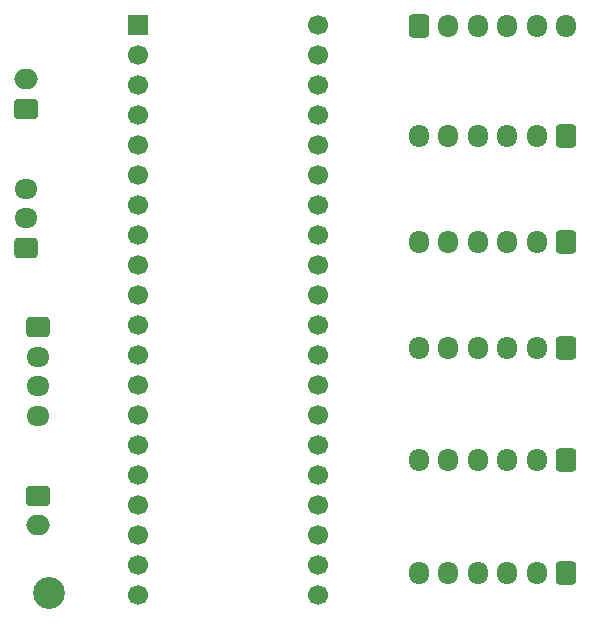
<source format=gbr>
%TF.GenerationSoftware,KiCad,Pcbnew,9.0.5*%
%TF.CreationDate,2026-01-17T00:35:45+01:00*%
%TF.ProjectId,replicazeron_stm,7265706c-6963-4617-9a65-726f6e5f7374,rev?*%
%TF.SameCoordinates,Original*%
%TF.FileFunction,Soldermask,Top*%
%TF.FilePolarity,Negative*%
%FSLAX46Y46*%
G04 Gerber Fmt 4.6, Leading zero omitted, Abs format (unit mm)*
G04 Created by KiCad (PCBNEW 9.0.5) date 2026-01-17 00:35:45*
%MOMM*%
%LPD*%
G01*
G04 APERTURE LIST*
G04 Aperture macros list*
%AMRoundRect*
0 Rectangle with rounded corners*
0 $1 Rounding radius*
0 $2 $3 $4 $5 $6 $7 $8 $9 X,Y pos of 4 corners*
0 Add a 4 corners polygon primitive as box body*
4,1,4,$2,$3,$4,$5,$6,$7,$8,$9,$2,$3,0*
0 Add four circle primitives for the rounded corners*
1,1,$1+$1,$2,$3*
1,1,$1+$1,$4,$5*
1,1,$1+$1,$6,$7*
1,1,$1+$1,$8,$9*
0 Add four rect primitives between the rounded corners*
20,1,$1+$1,$2,$3,$4,$5,0*
20,1,$1+$1,$4,$5,$6,$7,0*
20,1,$1+$1,$6,$7,$8,$9,0*
20,1,$1+$1,$8,$9,$2,$3,0*%
G04 Aperture macros list end*
%ADD10C,2.700000*%
%ADD11O,2.000000X1.700000*%
%ADD12RoundRect,0.250000X-0.750000X0.600000X-0.750000X-0.600000X0.750000X-0.600000X0.750000X0.600000X0*%
%ADD13RoundRect,0.250000X0.750000X-0.600000X0.750000X0.600000X-0.750000X0.600000X-0.750000X-0.600000X0*%
%ADD14RoundRect,0.250000X0.600000X0.725000X-0.600000X0.725000X-0.600000X-0.725000X0.600000X-0.725000X0*%
%ADD15O,1.700000X1.950000*%
%ADD16RoundRect,0.250000X-0.725000X0.600000X-0.725000X-0.600000X0.725000X-0.600000X0.725000X0.600000X0*%
%ADD17O,1.950000X1.700000*%
%ADD18RoundRect,0.250000X-0.600000X-0.725000X0.600000X-0.725000X0.600000X0.725000X-0.600000X0.725000X0*%
%ADD19RoundRect,0.250000X0.725000X-0.600000X0.725000X0.600000X-0.725000X0.600000X-0.725000X-0.600000X0*%
%ADD20R,1.700000X1.700000*%
%ADD21C,1.700000*%
G04 APERTURE END LIST*
D10*
%TO.C,REF\u002A\u002A*%
X74000000Y-90750000D03*
%TD*%
D11*
%TO.C,J7_Stick1*%
X73000000Y-85000000D03*
D12*
X73000000Y-82500000D03*
%TD*%
D13*
%TO.C,J8_LED1*%
X72000000Y-49750000D03*
D11*
X72000000Y-47250000D03*
%TD*%
D14*
%TO.C,J5_Ring1*%
X117750000Y-52000000D03*
D15*
X115250000Y-52000000D03*
X112750000Y-52000000D03*
X110250000Y-52000000D03*
X107750000Y-52000000D03*
X105250000Y-52000000D03*
%TD*%
D16*
%TO.C,J10*%
X73000000Y-68250000D03*
D17*
X73000000Y-70750000D03*
X73000000Y-73250000D03*
X73000000Y-75750000D03*
%TD*%
D14*
%TO.C,J6_Pinky1*%
X117750000Y-61000000D03*
D15*
X115250000Y-61000000D03*
X112750000Y-61000000D03*
X110250000Y-61000000D03*
X107750000Y-61000000D03*
X105250000Y-61000000D03*
%TD*%
D18*
%TO.C,J1_Col1*%
X105250000Y-42750000D03*
D15*
X107750000Y-42750000D03*
X110250000Y-42750000D03*
X112750000Y-42750000D03*
X115250000Y-42750000D03*
X117750000Y-42750000D03*
%TD*%
D14*
%TO.C,J3_Index1*%
X117750000Y-79500000D03*
D15*
X115250000Y-79500000D03*
X112750000Y-79500000D03*
X110250000Y-79500000D03*
X107750000Y-79500000D03*
X105250000Y-79500000D03*
%TD*%
D19*
%TO.C,J9*%
X72000000Y-61500000D03*
D17*
X72000000Y-59000000D03*
X72000000Y-56500000D03*
%TD*%
D20*
%TO.C,U2*%
X81510000Y-42670000D03*
D21*
X81510000Y-45210000D03*
X81510000Y-47750000D03*
X81510000Y-50290000D03*
X81510000Y-52830000D03*
X81510000Y-55370000D03*
X81510000Y-57910000D03*
X81510000Y-60450000D03*
X81510000Y-62990000D03*
X81510000Y-65530000D03*
X81510000Y-68070000D03*
X81510000Y-70610000D03*
X81510000Y-73150000D03*
X81510000Y-75690000D03*
X81510000Y-78230000D03*
X81510000Y-80770000D03*
X81510000Y-83310000D03*
X81510000Y-85850000D03*
X81510000Y-88390000D03*
X81510000Y-90930000D03*
X96750000Y-90930000D03*
X96750000Y-88390000D03*
X96750000Y-85850000D03*
X96750000Y-83310000D03*
X96750000Y-80770000D03*
X96750000Y-78230000D03*
X96750000Y-75690000D03*
X96750000Y-73150000D03*
X96750000Y-70610000D03*
X96750000Y-68070000D03*
X96750000Y-65530000D03*
X96750000Y-62990000D03*
X96750000Y-60450000D03*
X96750000Y-57910000D03*
X96750000Y-55370000D03*
X96750000Y-52830000D03*
X96750000Y-50290000D03*
X96750000Y-47750000D03*
X96750000Y-45210000D03*
X96750000Y-42670000D03*
%TD*%
D14*
%TO.C,J2_Thumb1*%
X117750000Y-89000000D03*
D15*
X115250000Y-89000000D03*
X112750000Y-89000000D03*
X110250000Y-89000000D03*
X107750000Y-89000000D03*
X105250000Y-89000000D03*
%TD*%
D14*
%TO.C,J4_Mid1*%
X117750000Y-70000000D03*
D15*
X115250000Y-70000000D03*
X112750000Y-70000000D03*
X110250000Y-70000000D03*
X107750000Y-70000000D03*
X105250000Y-70000000D03*
%TD*%
M02*

</source>
